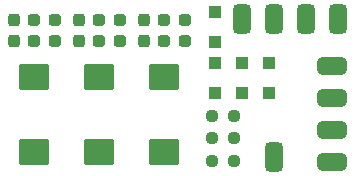
<source format=gts>
G04 #@! TF.GenerationSoftware,KiCad,Pcbnew,(6.0.0-0)*
G04 #@! TF.CreationDate,2022-02-26T19:29:42+02:00*
G04 #@! TF.ProjectId,miniRGBii,6d696e69-5247-4426-9969-2e6b69636164,1.0*
G04 #@! TF.SameCoordinates,Original*
G04 #@! TF.FileFunction,Soldermask,Top*
G04 #@! TF.FilePolarity,Negative*
%FSLAX46Y46*%
G04 Gerber Fmt 4.6, Leading zero omitted, Abs format (unit mm)*
G04 Created by KiCad (PCBNEW (6.0.0-0)) date 2022-02-26 19:29:42*
%MOMM*%
%LPD*%
G01*
G04 APERTURE LIST*
G04 Aperture macros list*
%AMRoundRect*
0 Rectangle with rounded corners*
0 $1 Rounding radius*
0 $2 $3 $4 $5 $6 $7 $8 $9 X,Y pos of 4 corners*
0 Add a 4 corners polygon primitive as box body*
4,1,4,$2,$3,$4,$5,$6,$7,$8,$9,$2,$3,0*
0 Add four circle primitives for the rounded corners*
1,1,$1+$1,$2,$3*
1,1,$1+$1,$4,$5*
1,1,$1+$1,$6,$7*
1,1,$1+$1,$8,$9*
0 Add four rect primitives between the rounded corners*
20,1,$1+$1,$2,$3,$4,$5,0*
20,1,$1+$1,$4,$5,$6,$7,0*
20,1,$1+$1,$6,$7,$8,$9,0*
20,1,$1+$1,$8,$9,$2,$3,0*%
G04 Aperture macros list end*
%ADD10RoundRect,0.237500X0.287500X0.237500X-0.287500X0.237500X-0.287500X-0.237500X0.287500X-0.237500X0*%
%ADD11RoundRect,0.237500X-0.287500X-0.237500X0.287500X-0.237500X0.287500X0.237500X-0.287500X0.237500X0*%
%ADD12RoundRect,0.237500X-0.237500X0.287500X-0.237500X-0.287500X0.237500X-0.287500X0.237500X0.287500X0*%
%ADD13R,1.000000X1.000000*%
%ADD14RoundRect,0.250000X1.025000X-0.875000X1.025000X0.875000X-1.025000X0.875000X-1.025000X-0.875000X0*%
%ADD15RoundRect,0.375000X-0.375000X-0.875000X0.375000X-0.875000X0.375000X0.875000X-0.375000X0.875000X0*%
%ADD16RoundRect,0.375000X0.875000X-0.375000X0.875000X0.375000X-0.875000X0.375000X-0.875000X-0.375000X0*%
%ADD17RoundRect,0.375000X0.375000X0.875000X-0.375000X0.875000X-0.375000X-0.875000X0.375000X-0.875000X0*%
%ADD18RoundRect,0.237500X0.250000X0.237500X-0.250000X0.237500X-0.250000X-0.237500X0.250000X-0.237500X0*%
%ADD19RoundRect,0.237500X-0.250000X-0.237500X0.250000X-0.237500X0.250000X0.237500X-0.250000X0.237500X0*%
G04 APERTURE END LIST*
D10*
X193375000Y-57600000D03*
X191625000Y-57600000D03*
X198875000Y-57600000D03*
X197125000Y-57600000D03*
X187875000Y-57600000D03*
X186125000Y-57600000D03*
D11*
X191625000Y-55800000D03*
X193375000Y-55800000D03*
D12*
X189900000Y-55825000D03*
X189900000Y-57575000D03*
D11*
X197125000Y-55800000D03*
X198875000Y-55800000D03*
D12*
X195400000Y-55825000D03*
X195400000Y-57575000D03*
D11*
X186125000Y-55800000D03*
X187875000Y-55800000D03*
D12*
X184400000Y-55825000D03*
X184400000Y-57575000D03*
D13*
X203700000Y-59450000D03*
X203700000Y-61950000D03*
X201400000Y-59450000D03*
X201400000Y-61950000D03*
X201400000Y-55150000D03*
X201400000Y-57650000D03*
D14*
X186100000Y-67000000D03*
X186100000Y-60600000D03*
X191600000Y-67000000D03*
X191600000Y-60600000D03*
X197100000Y-67000000D03*
X197100000Y-60600000D03*
D13*
X206000000Y-59450000D03*
X206000000Y-61950000D03*
D15*
X211800000Y-55700000D03*
D16*
X211300000Y-62400000D03*
X211300000Y-67800000D03*
X211300000Y-65100000D03*
X211300000Y-59700000D03*
D15*
X209100000Y-55700000D03*
X206400000Y-55700000D03*
X203700000Y-55700000D03*
D17*
X206400000Y-67400000D03*
D18*
X203012500Y-65800000D03*
X201187500Y-65800000D03*
D19*
X203012500Y-63900000D03*
X201187500Y-63900000D03*
D18*
X203012500Y-67700000D03*
X201187500Y-67700000D03*
M02*

</source>
